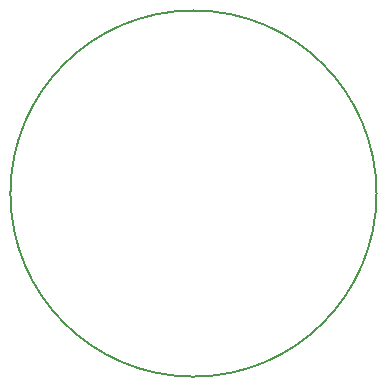
<source format=gm1>
G04 #@! TF.GenerationSoftware,KiCad,Pcbnew,5.1.6*
G04 #@! TF.CreationDate,2020-08-06T11:22:41+02:00*
G04 #@! TF.ProjectId,AnalogWatch,416e616c-6f67-4576-9174-63682e6b6963,rev?*
G04 #@! TF.SameCoordinates,Original*
G04 #@! TF.FileFunction,Profile,NP*
%FSLAX46Y46*%
G04 Gerber Fmt 4.6, Leading zero omitted, Abs format (unit mm)*
G04 Created by KiCad (PCBNEW 5.1.6) date 2020-08-06 11:22:41*
%MOMM*%
%LPD*%
G01*
G04 APERTURE LIST*
G04 #@! TA.AperFunction,Profile*
%ADD10C,0.200000*%
G04 #@! TD*
G04 APERTURE END LIST*
D10*
X115500000Y-100000000D02*
G75*
G03*
X115500000Y-100000000I-15500000J0D01*
G01*
M02*

</source>
